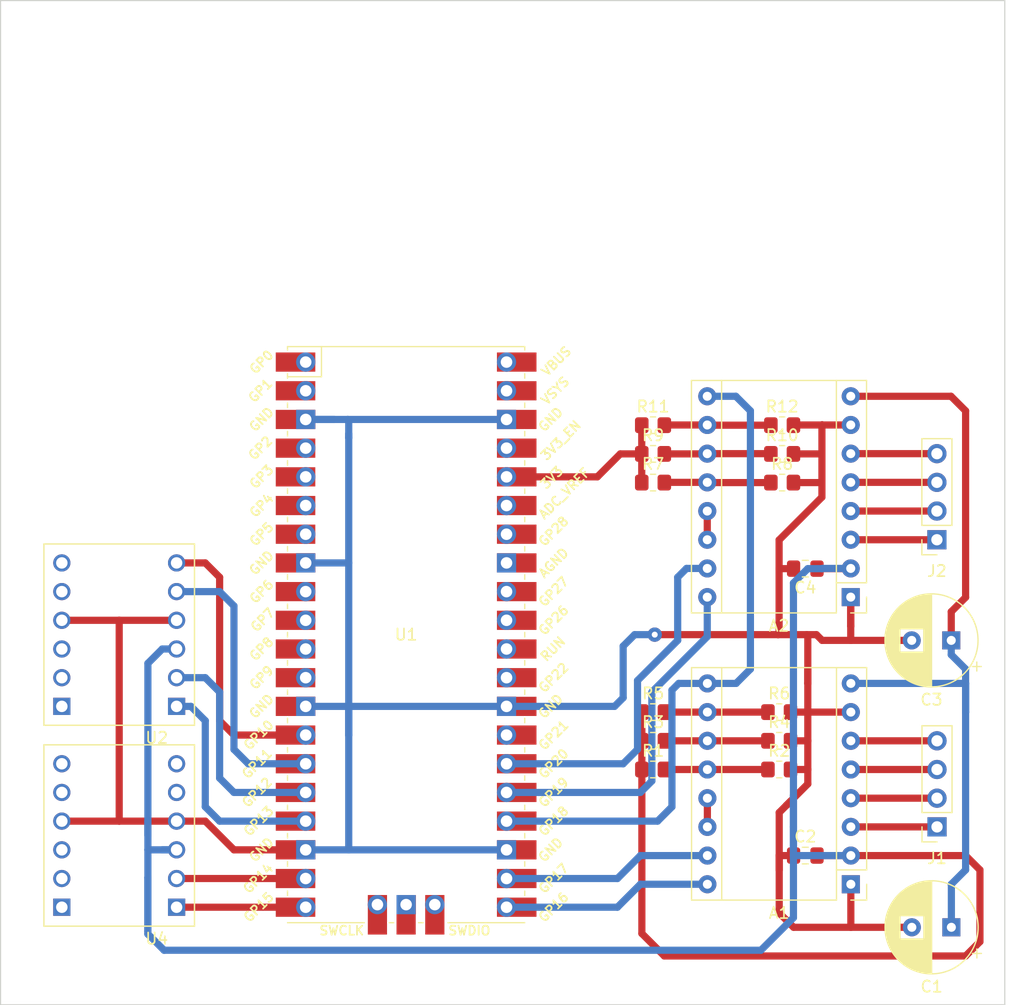
<source format=kicad_pcb>
(kicad_pcb (version 20211014) (generator pcbnew)
  (layers (0 "F.Cu" signal) (31 "B.Cu" signal) (34 "B.Paste" user) (35 "F.Paste" user) (36 "B.SilkS" user "B.Silkscreen") (37 "F.SilkS" user "F.Silkscreen") (38 "B.Mask" user) (39 "F.Mask" user) (44 "Edge.Cuts" user))
  (net 0 "")
  (net 1 "+24V")
  (net 2 "Net-(A1-Pad10)")
  (net 22 "GND")
  (net 23 "+3V3")
  (net 24 "Net-(A1-Pad3)")
  (net 25 "Net-(A1-Pad4)")
  (net 26 "Net-(A1-Pad5)")
  (net 27 "Net-(A1-Pad6)")
  (net 28 "Net-(A2-Pad3)")
  (net 29 "Net-(A2-Pad4)")
  (net 30 "Net-(A2-Pad5)")
  (net 31 "Net-(A2-Pad6)")
  (net 32 "Net-(A1-Pad11)")
  (net 33 "Net-(A1-Pad12)")
  (net 34 "Net-(A1-Pad13)")
  (net 40 "/Motor_EN")
  (net 41 "/M1_STEP")
  (net 42 "/M1_DIR")
  (net 43 "/M2_STEP")
  (net 44 "Net-(A2-Pad13)")
  (net 45 "Net-(A2-Pad12)")
  (net 46 "Net-(A2-Pad11)")
  (net 47 "Net-(A2-Pad10)")
  (net 48 "/M2_DIR")
  (net 49 "+5V")
  (net 50 "Net-(U1-Pad14)")
  (net 51 "Net-(U1-Pad15)")
  (net 52 "Net-(U1-Pad16)")
  (net 53 "Net-(U1-Pad17)")
  (net 54 "Net-(U1-Pad19)")
  (net 55 "Net-(U1-Pad20)")
  (footprint "MyJobs:CONV_BOB-12009" (layer "F.Cu") (at 94.323 81.534 180)
    (fp_text reference "U2" (at -3.325 -9.135) (layer "F.SilkS"))
    (fp_text value "BOB-12009")
    (pad "GND_1" thru_hole circle locked (at 5.08 1.27 180) (size 1.524 1.524) (drill 1.016) (layers *.Cu *.Mask) (net 22 "GND"))
    (pad "GND_2" thru_hole circle locked (at -5.08 1.27 180) (size 1.524 1.524) (drill 1.016) (layers *.Cu *.Mask) (net 22 "GND"))
    (pad "HV" thru_hole circle locked (at 5.08 -1.27 180) (size 1.524 1.524) (drill 1.016) (layers *.Cu *.Mask))
    (pad "HV1" thru_hole rect locked (at 5.08 -6.35 180) (size 1.524 1.524) (drill 1.016) (layers *.Cu *.Mask))
    (pad "HV2" thru_hole circle locked (at 5.08 -3.81 180) (size 1.524 1.524) (drill 1.016) (layers *.Cu *.Mask))
    (pad "HV3" thru_hole circle locked (at 5.08 3.81 180) (size 1.524 1.524) (drill 1.016) (layers *.Cu *.Mask))
    (pad "HV4" thru_hole circle locked (at 5.08 6.35 180) (size 1.524 1.524) (drill 1.016) (layers *.Cu *.Mask))
    (pad "LV" thru_hole circle locked (at -5.08 -1.27 180) (size 1.524 1.524) (drill 1.016) (layers *.Cu *.Mask) (net 23 "+3V3"))
    (pad "LV1" thru_hole rect locked (at -5.08 -6.35 180) (size 1.524 1.524) (drill 1.016) (layers *.Cu *.Mask) (net 53 "Net-(U1-Pad17)"))
    (pad "LV2" thru_hole circle locked (at -5.08 -3.81 180) (size 1.524 1.524) (drill 1.016) (layers *.Cu *.Mask) (net 52 "Net-(U1-Pad16)"))
    (pad "LV3" thru_hole circle locked (at -5.08 3.81 180) (size 1.524 1.524) (drill 1.016) (layers *.Cu *.Mask) (net 51 "Net-(U1-Pad15)"))
    (pad "LV4" thru_hole circle locked (at -5.08 6.35 180) (size 1.524 1.524) (drill 1.016) (layers *.Cu *.Mask) (net 50 "Net-(U1-Pad14)"))
  )
  (footprint "Resistor_SMD:R_0805_2012Metric_Pad1.20x1.40mm_HandSolder" (layer "F.Cu") (at 141.593 88.392)
    (fp_text reference "R5" (at 0 -1.65) (layer "F.SilkS"))
    (fp_text value "R")
    (pad "1" smd roundrect locked (at -1 0) (size 1.2 1.4) (layers "F.Cu" "F.Paste" "F.Mask") (roundrect_rratio 0.208333) (net 23 "+3V3"))
    (pad "2" smd roundrect locked (at 1 0) (size 1.2 1.4) (layers "F.Cu" "F.Paste" "F.Mask") (roundrect_rratio 0.208333) (net 2 "Net-(A1-Pad10)"))
  )
  (footprint "Resistor_SMD:R_0805_2012Metric_Pad1.20x1.40mm_HandSolder" (layer "F.Cu") (at 152.753 88.392)
    (fp_text reference "R6" (at 0 -1.65) (layer "F.SilkS"))
    (fp_text value "R")
    (pad "1" smd roundrect locked (at -1 0) (size 1.2 1.4) (layers "F.Cu" "F.Paste" "F.Mask") (roundrect_rratio 0.208333) (net 2 "Net-(A1-Pad10)"))
    (pad "2" smd roundrect locked (at 1 0) (size 1.2 1.4) (layers "F.Cu" "F.Paste" "F.Mask") (roundrect_rratio 0.208333) (net 22 "GND"))
  )
  (footprint "Resistor_SMD:R_0805_2012Metric_Pad1.20x1.40mm_HandSolder" (layer "F.Cu") (at 141.593 90.932)
    (fp_text reference "R3" (at 0 -1.65) (layer "F.SilkS"))
    (fp_text value "R")
    (pad "1" smd roundrect locked (at -1 0) (size 1.2 1.4) (layers "F.Cu" "F.Paste" "F.Mask") (roundrect_rratio 0.208333) (net 23 "+3V3"))
    (pad "2" smd roundrect locked (at 1 0) (size 1.2 1.4) (layers "F.Cu" "F.Paste" "F.Mask") (roundrect_rratio 0.208333) (net 32 "Net-(A1-Pad11)"))
  )
  (footprint "Resistor_SMD:R_0805_2012Metric_Pad1.20x1.40mm_HandSolder" (layer "F.Cu") (at 152.753 90.932)
    (fp_text reference "R4" (at 0 -1.65) (layer "F.SilkS"))
    (fp_text value "R")
    (pad "1" smd roundrect locked (at -1 0) (size 1.2 1.4) (layers "F.Cu" "F.Paste" "F.Mask") (roundrect_rratio 0.208333) (net 32 "Net-(A1-Pad11)"))
    (pad "2" smd roundrect locked (at 1 0) (size 1.2 1.4) (layers "F.Cu" "F.Paste" "F.Mask") (roundrect_rratio 0.208333) (net 22 "GND"))
  )
  (footprint "Connector_PinSocket_2.54mm:PinSocket_1x04_P2.54mm_Vertical" (layer "F.Cu") (at 166.723 98.552 180)
    (fp_text reference "J1" (at 0 -2.77) (layer "F.SilkS"))
    (fp_text value "Conn_01x04_Female")
    (pad "1" thru_hole rect locked (at 0 0 180) (size 1.7 1.7) (drill 1) (layers *.Cu *.Mask) (net 24 "Net-(A1-Pad3)"))
    (pad "2" thru_hole oval locked (at 0 2.54 180) (size 1.7 1.7) (drill 1) (layers *.Cu *.Mask) (net 25 "Net-(A1-Pad4)"))
    (pad "3" thru_hole oval locked (at 0 5.08 180) (size 1.7 1.7) (drill 1) (layers *.Cu *.Mask) (net 26 "Net-(A1-Pad5)"))
    (pad "4" thru_hole oval locked (at 0 7.62 180) (size 1.7 1.7) (drill 1) (layers *.Cu *.Mask) (net 27 "Net-(A1-Pad6)"))
  )
  (footprint "Resistor_SMD:R_0805_2012Metric_Pad1.20x1.40mm_HandSolder" (layer "F.Cu") (at 153.013 62.992)
    (fp_text reference "R12" (at 0 -1.65) (layer "F.SilkS"))
    (fp_text value "R")
    (pad "1" smd roundrect locked (at -1 0) (size 1.2 1.4) (layers "F.Cu" "F.Paste" "F.Mask") (roundrect_rratio 0.208333) (net 47 "Net-(A2-Pad10)"))
    (pad "2" smd roundrect locked (at 1 0) (size 1.2 1.4) (layers "F.Cu" "F.Paste" "F.Mask") (roundrect_rratio 0.208333) (net 22 "GND"))
  )
  (footprint "Capacitor_SMD:C_0805_2012Metric_Pad1.18x1.45mm_HandSolder" (layer "F.Cu") (at 155.0605 75.692 180)
    (fp_text reference "C4" (at 0 -1.68) (layer "F.SilkS"))
    (fp_text value "C_Small")
    (pad "1" smd roundrect locked (at -1.0375 0 180) (size 1.175 1.45) (layers "F.Cu" "F.Paste" "F.Mask") (roundrect_rratio 0.212766) (net 23 "+3V3"))
    (pad "2" smd roundrect locked (at 1.0375 0 180) (size 1.175 1.45) (layers "F.Cu" "F.Paste" "F.Mask") (roundrect_rratio 0.212766) (net 22 "GND"))
  )
  (footprint "Capacitor_SMD:C_0805_2012Metric_Pad1.18x1.45mm_HandSolder" (layer "F.Cu") (at 155.0605 101.092)
    (fp_text reference "C2" (at 0 -1.68) (layer "F.SilkS"))
    (fp_text value "C_Small")
    (pad "1" smd roundrect locked (at -1.0375 0) (size 1.175 1.45) (layers "F.Cu" "F.Paste" "F.Mask") (roundrect_rratio 0.212766) (net 22 "GND"))
    (pad "2" smd roundrect locked (at 1.0375 0) (size 1.175 1.45) (layers "F.Cu" "F.Paste" "F.Mask") (roundrect_rratio 0.212766) (net 23 "+3V3"))
  )
  (footprint "Resistor_SMD:R_0805_2012Metric_Pad1.20x1.40mm_HandSolder" (layer "F.Cu") (at 152.753 93.472)
    (fp_text reference "R2" (at 0 -1.65) (layer "F.SilkS"))
    (fp_text value "R")
    (pad "1" smd roundrect locked (at -1 0) (size 1.2 1.4) (layers "F.Cu" "F.Paste" "F.Mask") (roundrect_rratio 0.208333) (net 33 "Net-(A1-Pad12)"))
    (pad "2" smd roundrect locked (at 1 0) (size 1.2 1.4) (layers "F.Cu" "F.Paste" "F.Mask") (roundrect_rratio 0.208333) (net 22 "GND"))
  )
  (footprint "Resistor_SMD:R_0805_2012Metric_Pad1.20x1.40mm_HandSolder" (layer "F.Cu") (at 141.583 65.532)
    (fp_text reference "R9" (at 0 -1.65) (layer "F.SilkS"))
    (fp_text value "R")
    (pad "1" smd roundrect locked (at -1 0) (size 1.2 1.4) (layers "F.Cu" "F.Paste" "F.Mask") (roundrect_rratio 0.208333) (net 23 "+3V3"))
    (pad "2" smd roundrect locked (at 1 0) (size 1.2 1.4) (layers "F.Cu" "F.Paste" "F.Mask") (roundrect_rratio 0.208333) (net 46 "Net-(A2-Pad11)"))
  )
  (footprint "Capacitor_THT:CP_Radial_D8.0mm_P3.50mm" (layer "F.Cu") (at 167.993 107.442 180)
    (fp_text reference "C1" (at 1.75 -5.25) (layer "F.SilkS"))
    (fp_text value "C_Polarized")
    (pad "1" thru_hole rect locked (at 0 0 180) (size 1.6 1.6) (drill 0.8) (layers *.Cu *.Mask) (net 1 "+24V"))
    (pad "2" thru_hole circle locked (at 3.5 0 180) (size 1.6 1.6) (drill 0.8) (layers *.Cu *.Mask) (net 22 "GND"))
  )
  (footprint "Connector_PinSocket_2.54mm:PinSocket_1x04_P2.54mm_Vertical" (layer "F.Cu") (at 166.713 73.132 180)
    (fp_text reference "J2" (at 0 -2.77) (layer "F.SilkS"))
    (fp_text value "Conn_01x04_Female")
    (pad "1" thru_hole rect locked (at 0 0 180) (size 1.7 1.7) (drill 1) (layers *.Cu *.Mask) (net 28 "Net-(A2-Pad3)"))
    (pad "2" thru_hole oval locked (at 0 2.54 180) (size 1.7 1.7) (drill 1) (layers *.Cu *.Mask) (net 29 "Net-(A2-Pad4)"))
    (pad "3" thru_hole oval locked (at 0 5.08 180) (size 1.7 1.7) (drill 1) (layers *.Cu *.Mask) (net 30 "Net-(A2-Pad5)"))
    (pad "4" thru_hole oval locked (at 0 7.62 180) (size 1.7 1.7) (drill 1) (layers *.Cu *.Mask) (net 31 "Net-(A2-Pad6)"))
  )
  (footprint "Resistor_SMD:R_0805_2012Metric_Pad1.20x1.40mm_HandSolder" (layer "F.Cu") (at 141.583 62.992)
    (fp_text reference "R11" (at 0 -1.65) (layer "F.SilkS"))
    (fp_text value "R")
    (pad "1" smd roundrect locked (at -1 0) (size 1.2 1.4) (layers "F.Cu" "F.Paste" "F.Mask") (roundrect_rratio 0.208333) (net 23 "+3V3"))
    (pad "2" smd roundrect locked (at 1 0) (size 1.2 1.4) (layers "F.Cu" "F.Paste" "F.Mask") (roundrect_rratio 0.208333) (net 47 "Net-(A2-Pad10)"))
  )
  (footprint "Module:Pololu_Breakout-16_15.2x20.3mm" (layer "F.Cu") (at 159.093 103.632 180)
    (fp_text reference "A1" (at 6.35 -2.54) (layer "F.SilkS"))
    (fp_text value "Pololu_Breakout_A4988")
    (pad "1" thru_hole rect locked (at 0 0 180) (size 1.6 1.6) (drill 0.8) (layers *.Cu *.Mask) (net 22 "GND"))
    (pad "2" thru_hole oval locked (at 0 2.54 180) (size 1.6 1.6) (drill 0.8) (layers *.Cu *.Mask) (net 23 "+3V3"))
    (pad "3" thru_hole oval locked (at 0 5.08 180) (size 1.6 1.6) (drill 0.8) (layers *.Cu *.Mask) (net 24 "Net-(A1-Pad3)"))
    (pad "4" thru_hole oval locked (at 0 7.62 180) (size 1.6 1.6) (drill 0.8) (layers *.Cu *.Mask) (net 25 "Net-(A1-Pad4)"))
    (pad "5" thru_hole oval locked (at 0 10.16 180) (size 1.6 1.6) (drill 0.8) (layers *.Cu *.Mask) (net 26 "Net-(A1-Pad5)"))
    (pad "6" thru_hole oval locked (at 0 12.7 180) (size 1.6 1.6) (drill 0.8) (layers *.Cu *.Mask) (net 27 "Net-(A1-Pad6)"))
    (pad "7" thru_hole oval locked (at 0 15.24 180) (size 1.6 1.6) (drill 0.8) (layers *.Cu *.Mask) (net 22 "GND"))
    (pad "8" thru_hole oval locked (at 0 17.78 180) (size 1.6 1.6) (drill 0.8) (layers *.Cu *.Mask) (net 1 "+24V"))
    (pad "9" thru_hole oval locked (at 12.7 17.78 180) (size 1.6 1.6) (drill 0.8) (layers *.Cu *.Mask) (net 40 "/Motor_EN"))
    (pad "10" thru_hole oval locked (at 12.7 15.24 180) (size 1.6 1.6) (drill 0.8) (layers *.Cu *.Mask) (net 2 "Net-(A1-Pad10)"))
    (pad "11" thru_hole oval locked (at 12.7 12.7 180) (size 1.6 1.6) (drill 0.8) (layers *.Cu *.Mask) (net 32 "Net-(A1-Pad11)"))
    (pad "12" thru_hole oval locked (at 12.7 10.16 180) (size 1.6 1.6) (drill 0.8) (layers *.Cu *.Mask) (net 33 "Net-(A1-Pad12)"))
    (pad "13" thru_hole oval locked (at 12.7 7.62 180) (size 1.6 1.6) (drill 0.8) (layers *.Cu *.Mask) (net 34 "Net-(A1-Pad13)"))
    (pad "14" thru_hole oval locked (at 12.7 5.08 180) (size 1.6 1.6) (drill 0.8) (layers *.Cu *.Mask) (net 34 "Net-(A1-Pad13)"))
    (pad "15" thru_hole oval locked (at 12.7 2.54 180) (size 1.6 1.6) (drill 0.8) (layers *.Cu *.Mask) (net 41 "/M1_STEP"))
    (pad "16" thru_hole oval locked (at 12.7 0 180) (size 1.6 1.6) (drill 0.8) (layers *.Cu *.Mask) (net 42 "/M1_DIR"))
  )
  (footprint "MyJobs:CONV_BOB-12009" (layer "F.Cu") (at 94.323 99.314 180)
    (fp_text reference "U4" (at -3.325 -9.135) (layer "F.SilkS"))
    (fp_text value "BOB-12009")
    (pad "GND_1" thru_hole circle locked (at 5.08 1.27 180) (size 1.524 1.524) (drill 1.016) (layers *.Cu *.Mask) (net 22 "GND"))
    (pad "GND_2" thru_hole circle locked (at -5.08 1.27 180) (size 1.524 1.524) (drill 1.016) (layers *.Cu *.Mask) (net 22 "GND"))
    (pad "HV" thru_hole circle locked (at 5.08 -1.27 180) (size 1.524 1.524) (drill 1.016) (layers *.Cu *.Mask))
    (pad "HV1" thru_hole rect locked (at 5.08 -6.35 180) (size 1.524 1.524) (drill 1.016) (layers *.Cu *.Mask))
    (pad "HV2" thru_hole circle locked (at 5.08 -3.81 180) (size 1.524 1.524) (drill 1.016) (layers *.Cu *.Mask))
    (pad "HV3" thru_hole circle locked (at 5.08 3.81 180) (size 1.524 1.524) (drill 1.016) (layers *.Cu *.Mask))
    (pad "HV4" thru_hole circle locked (at 5.08 6.35 180) (size 1.524 1.524) (drill 1.016) (layers *.Cu *.Mask))
    (pad "LV" thru_hole circle locked (at -5.08 -1.27 180) (size 1.524 1.524) (drill 1.016) (layers *.Cu *.Mask) (net 23 "+3V3"))
    (pad "LV1" thru_hole rect locked (at -5.08 -6.35 180) (size 1.524 1.524) (drill 1.016) (layers *.Cu *.Mask) (net 55 "Net-(U1-Pad20)"))
    (pad "LV2" thru_hole circle locked (at -5.08 -3.81 180) (size 1.524 1.524) (drill 1.016) (layers *.Cu *.Mask) (net 54 "Net-(U1-Pad19)"))
    (pad "LV3" thru_hole circle locked (at -5.08 3.81 180) (size 1.524 1.524) (drill 1.016) (layers *.Cu *.Mask))
    (pad "LV4" thru_hole circle locked (at -5.08 6.35 180) (size 1.524 1.524) (drill 1.016) (layers *.Cu *.Mask))
  )
  (footprint "Resistor_SMD:R_0805_2012Metric_Pad1.20x1.40mm_HandSolder" (layer "F.Cu") (at 141.593 93.472)
    (fp_text reference "R1" (at 0 -1.65) (layer "F.SilkS"))
    (fp_text value "R")
    (pad "1" smd roundrect locked (at -1 0) (size 1.2 1.4) (layers "F.Cu" "F.Paste" "F.Mask") (roundrect_rratio 0.208333) (net 23 "+3V3"))
    (pad "2" smd roundrect locked (at 1 0) (size 1.2 1.4) (layers "F.Cu" "F.Paste" "F.Mask") (roundrect_rratio 0.208333) (net 33 "Net-(A1-Pad12)"))
  )
  (footprint "Module:Pololu_Breakout-16_15.2x20.3mm" (layer "F.Cu") (at 159.083 78.212 180)
    (fp_text reference "A2" (at 6.35 -2.54) (layer "F.SilkS"))
    (fp_text value "Pololu_Breakout_A4988")
    (pad "1" thru_hole rect locked (at 0 0 180) (size 1.6 1.6) (drill 0.8) (layers *.Cu *.Mask) (net 22 "GND"))
    (pad "2" thru_hole oval locked (at 0 2.54 180) (size 1.6 1.6) (drill 0.8) (layers *.Cu *.Mask) (net 23 "+3V3"))
    (pad "3" thru_hole oval locked (at 0 5.08 180) (size 1.6 1.6) (drill 0.8) (layers *.Cu *.Mask) (net 28 "Net-(A2-Pad3)"))
    (pad "4" thru_hole oval locked (at 0 7.62 180) (size 1.6 1.6) (drill 0.8) (layers *.Cu *.Mask) (net 29 "Net-(A2-Pad4)"))
    (pad "5" thru_hole oval locked (at 0 10.16 180) (size 1.6 1.6) (drill 0.8) (layers *.Cu *.Mask) (net 30 "Net-(A2-Pad5)"))
    (pad "6" thru_hole oval locked (at 0 12.7 180) (size 1.6 1.6) (drill 0.8) (layers *.Cu *.Mask) (net 31 "Net-(A2-Pad6)"))
    (pad "7" thru_hole oval locked (at 0 15.24 180) (size 1.6 1.6) (drill 0.8) (layers *.Cu *.Mask) (net 22 "GND"))
    (pad "8" thru_hole oval locked (at 0 17.78 180) (size 1.6 1.6) (drill 0.8) (layers *.Cu *.Mask) (net 1 "+24V"))
    (pad "9" thru_hole oval locked (at 12.7 17.78 180) (size 1.6 1.6) (drill 0.8) (layers *.Cu *.Mask) (net 40 "/Motor_EN"))
    (pad "10" thru_hole oval locked (at 12.7 15.24 180) (size 1.6 1.6) (drill 0.8) (layers *.Cu *.Mask) (net 47 "Net-(A2-Pad10)"))
    (pad "11" thru_hole oval locked (at 12.7 12.7 180) (size 1.6 1.6) (drill 0.8) (layers *.Cu *.Mask) (net 46 "Net-(A2-Pad11)"))
    (pad "12" thru_hole oval locked (at 12.7 10.16 180) (size 1.6 1.6) (drill 0.8) (layers *.Cu *.Mask) (net 45 "Net-(A2-Pad12)"))
    (pad "13" thru_hole oval locked (at 12.7 7.62 180) (size 1.6 1.6) (drill 0.8) (layers *.Cu *.Mask) (net 44 "Net-(A2-Pad13)"))
    (pad "14" thru_hole oval locked (at 12.7 5.08 180) (size 1.6 1.6) (drill 0.8) (layers *.Cu *.Mask) (net 44 "Net-(A2-Pad13)"))
    (pad "15" thru_hole oval locked (at 12.7 2.54 180) (size 1.6 1.6) (drill 0.8) (layers *.Cu *.Mask) (net 43 "/M2_STEP"))
    (pad "16" thru_hole oval locked (at 12.7 0 180) (size 1.6 1.6) (drill 0.8) (layers *.Cu *.Mask) (net 48 "/M2_DIR"))
  )
  (footprint "Capacitor_THT:CP_Radial_D8.0mm_P3.50mm" (layer "F.Cu") (at 167.983 82.042 180)
    (fp_text reference "C3" (at 1.75 -5.25) (layer "F.SilkS"))
    (fp_text value "C_Polarized")
    (pad "1" thru_hole rect locked (at 0 0 180) (size 1.6 1.6) (drill 0.8) (layers *.Cu *.Mask) (net 1 "+24V"))
    (pad "2" thru_hole circle locked (at 3.5 0 180) (size 1.6 1.6) (drill 0.8) (layers *.Cu *.Mask) (net 22 "GND"))
  )
  (footprint "Resistor_SMD:R_0805_2012Metric_Pad1.20x1.40mm_HandSolder" (layer "F.Cu") (at 153.013 68.072)
    (fp_text reference "R8" (at 0 -1.65) (layer "F.SilkS"))
    (fp_text value "R")
    (pad "1" smd roundrect locked (at -1 0) (size 1.2 1.4) (layers "F.Cu" "F.Paste" "F.Mask") (roundrect_rratio 0.208333) (net 45 "Net-(A2-Pad12)"))
    (pad "2" smd roundrect locked (at 1 0) (size 1.2 1.4) (layers "F.Cu" "F.Paste" "F.Mask") (roundrect_rratio 0.208333) (net 22 "GND"))
  )
  (footprint "Resistor_SMD:R_0805_2012Metric_Pad1.20x1.40mm_HandSolder" (layer "F.Cu") (at 153.013 65.532)
    (fp_text reference "R10" (at 0 -1.65) (layer "F.SilkS"))
    (fp_text value "R")
    (pad "1" smd roundrect locked (at -1 0) (size 1.2 1.4) (layers "F.Cu" "F.Paste" "F.Mask") (roundrect_rratio 0.208333) (net 46 "Net-(A2-Pad11)"))
    (pad "2" smd roundrect locked (at 1 0) (size 1.2 1.4) (layers "F.Cu" "F.Paste" "F.Mask") (roundrect_rratio 0.208333) (net 22 "GND"))
  )
  (footprint "MCU_RaspberryPi_and_Boards:RPi_Pico_SMD_TH" (layer "F.Cu") (at 119.723 81.534)
    (fp_text reference "U1" (at 0 0) (layer "F.SilkS"))
    (fp_text value "Pico")
    (fp_text user "GP21" (at 13.054 8.9 45) (layer "F.SilkS") (effects (font (size 0.8 0.8))))
    (fp_text user "GP9" (at -12.8 3.81 45) (layer "F.SilkS") (effects (font (size 0.8 0.8))))
    (fp_text user "GP4" (at -12.8 -11.43 45) (layer "F.SilkS") (effects (font (size 0.8 0.8))))
    (fp_text user "GP13" (at -13.054 16.51 45) (layer "F.SilkS") (effects (font (size 0.8 0.8))))
    (fp_text user "GP12" (at -13.2 13.97 45) (layer "F.SilkS") (effects (font (size 0.8 0.8))))
    (fp_text user "GP1" (at -12.9 -21.6 45) (layer "F.SilkS") (effects (font (size 0.8 0.8))))
    (fp_text user "VSYS" (at 13.2 -21.59 45) (layer "F.SilkS") (effects (font (size 0.8 0.8))))
    (fp_text user "GP8" (at -12.8 1.27 45) (layer "F.SilkS") (effects (font (size 0.8 0.8))))
    (fp_text user "GP5" (at -12.8 -8.89 45) (layer "F.SilkS") (effects (font (size 0.8 0.8))))
    (fp_text user "GP10" (at -13.054 8.89 45) (layer "F.SilkS") (effects (font (size 0.8 0.8))))
    (fp_text user "SWDIO" (at 5.6 26.2) (layer "F.SilkS") (effects (font (size 0.8 0.8))))
    (fp_text user "AGND" (at 13.054 -6.35 45) (layer "F.SilkS") (effects (font (size 0.8 0.8))))
    (fp_text user "3V3" (at 12.9 -13.9 45) (layer "F.SilkS") (effects (font (size 0.8 0.8))))
    (fp_text user "GP28" (at 13.054 -9.144 45) (layer "F.SilkS") (effects (font (size 0.8 0.8))))
    (fp_text user "GND" (at -12.8 -19.05 45) (layer "F.SilkS") (effects (font (size 0.8 0.8))))
    (fp_text user "GP17" (at 13.054 21.59 45) (layer "F.SilkS") (effects (font (size 0.8 0.8))))
    (fp_text user "GP7" (at -12.7 -1.3 45) (layer "F.SilkS") (effects (font (size 0.8 0.8))))
    (fp_text user "ADC_VREF" (at 14 -12.5 45) (layer "F.SilkS") (effects (font (size 0.8 0.8))))
    (fp_text user "GND" (at 12.8 -19.05 45) (layer "F.SilkS") (effects (font (size 0.8 0.8))))
    (fp_text user "GP3" (at -12.8 -13.97 45) (layer "F.SilkS") (effects (font (size 0.8 0.8))))
    (fp_text user "GP18" (at 13.054 16.51 45) (layer "F.SilkS") (effects (font (size 0.8 0.8))))
    (fp_text user "RUN" (at 13 1.27 45) (layer "F.SilkS") (effects (font (size 0.8 0.8))))
    (fp_text user "GP20" (at 13.054 11.43 45) (layer "F.SilkS") (effects (font (size 0.8 0.8))))
    (fp_text user "GP11" (at -13.2 11.43 45) (layer "F.SilkS") (effects (font (size 0.8 0.8))))
    (fp_text user "GP19" (at 13.054 13.97 45) (layer "F.SilkS") (effects (font (size 0.8 0.8))))
    (fp_text user "GND" (at 12.8 19.05 45) (layer "F.SilkS") (effects (font (size 0.8 0.8))))
    (fp_text user "GP26" (at 13.054 -1.27 45) (layer "F.SilkS") (effects (font (size 0.8 0.8))))
    (fp_text user "3V3_EN" (at 13.7 -17.2 45) (layer "F.SilkS") (effects (font (size 0.8 0.8))))
    (fp_text user "GND" (at 12.8 6.35 45) (layer "F.SilkS") (effects (font (size 0.8 0.8))))
    (fp_text user "GP2" (at -12.9 -16.51 45) (layer "F.SilkS") (effects (font (size 0.8 0.8))))
    (fp_text user "GND" (at -12.8 -6.35 45) (layer "F.SilkS") (effects (font (size 0.8 0.8))))
    (fp_text user "GP14" (at -13.1 21.59 45) (layer "F.SilkS") (effects (font (size 0.8 0.8))))
    (fp_text user "GP22" (at 13.054 3.81 45) (layer "F.SilkS") (effects (font (size 0.8 0.8))))
    (fp_text user "GND" (at -12.8 19.05 45) (layer "F.SilkS") (effects (font (size 0.8 0.8))))
    (fp_text user "GP6" (at -12.8 -3.81 45) (layer "F.SilkS") (effects (font (size 0.8 0.8))))
    (fp_text user "GND" (at -12.8 6.35 45) (layer "F.SilkS") (effects (font (size 0.8 0.8))))
    (fp_text user "GP0" (at -12.8 -24.13 45) (layer "F.SilkS") (effects (font (size 0.8 0.8))))
    (fp_text user "VBUS" (at 13.3 -24.2 45) (layer "F.SilkS") (effects (font (size 0.8 0.8))))
    (fp_text user "GP16" (at 13.054 24.13 45) (layer "F.SilkS") (effects (font (size 0.8 0.8))))
    (fp_text user "GP15" (at -13.054 24.13 45) (layer "F.SilkS") (effects (font (size 0.8 0.8))))
    (fp_text user "GP27" (at 13.054 -3.8 45) (layer "F.SilkS") (effects (font (size 0.8 0.8))))
    (fp_text user "SWCLK" (at -5.7 26.2) (layer "F.SilkS") (effects (font (size 0.8 0.8))))
    (pad "" np_thru_hole oval (at 2.425 -20.97) (size 1.5 1.5) (drill 1.5) (layers *.Cu *.Mask))
    (pad "" np_thru_hole oval (at -2.425 -20.97) (size 1.5 1.5) (drill 1.5) (layers *.Cu *.Mask))
    (pad "" np_thru_hole oval (at -2.725 -24) (size 1.8 1.8) (drill 1.8) (layers *.Cu *.Mask))
    (pad "" np_thru_hole oval (at 2.725 -24) (size 1.8 1.8) (drill 1.8) (layers *.Cu *.Mask))
    (pad "1" thru_hole oval (at -8.89 -24.13) (size 1.7 1.7) (drill 1.02) (layers *.Cu *.Mask))
    (pad "1" smd rect (at -8.89 -24.13) (size 3.5 1.7) (drill (offset -0.9 0)) (layers "F.Cu" "F.Mask"))
    (pad "2" thru_hole oval (at -8.89 -21.59) (size 1.7 1.7) (drill 1.02) (layers *.Cu *.Mask))
    (pad "2" smd rect (at -8.89 -21.59) (size 3.5 1.7) (drill (offset -0.9 0)) (layers "F.Cu" "F.Mask"))
    (pad "3" thru_hole rect (at -8.89 -19.05) (size 1.7 1.7) (drill 1.02) (layers *.Cu *.Mask) (net 22 "GND"))
    (pad "3" smd rect (at -8.89 -19.05) (size 3.5 1.7) (drill (offset -0.9 0)) (layers "F.Cu" "F.Mask") (net 22 "GND"))
    (pad "4" thru_hole oval (at -8.89 -16.51) (size 1.7 1.7) (drill 1.02) (layers *.Cu *.Mask))
    (pad "4" smd rect (at -8.89 -16.51) (size 3.5 1.7) (drill (offset -0.9 0)) (layers "F.Cu" "F.Mask"))
    (pad "5" thru_hole oval (at -8.89 -13.97) (size 1.7 1.7) (drill 1.02) (layers *.Cu *.Mask))
    (pad "5" smd rect (at -8.89 -13.97) (size 3.5 1.7) (drill (offset -0.9 0)) (layers "F.Cu" "F.Mask"))
    (pad "6" smd rect (at -8.89 -11.43) (size 3.5 1.7) (drill (offset -0.9 0)) (layers "F.Cu" "F.Mask"))
    (pad "6" thru_hole oval (at -8.89 -11.43) (size 1.7 1.7) (drill 1.02) (layers *.Cu *.Mask))
    (pad "7" smd rect (at -8.89 -8.89) (size 3.5 1.7) (drill (offset -0.9 0)) (layers "F.Cu" "F.Mask"))
    (pad "7" thru_hole oval (at -8.89 -8.89) (size 1.7 1.7) (drill 1.02) (layers *.Cu *.Mask))
    (pad "8" smd rect (at -8.89 -6.35) (size 3.5 1.7) (drill (offset -0.9 0)) (layers "F.Cu" "F.Mask") (net 22 "GND"))
    (pad "8" thru_hole rect (at -8.89 -6.35) (size 1.7 1.7) (drill 1.02) (layers *.Cu *.Mask) (net 22 "GND"))
    (pad "9" thru_hole oval (at -8.89 -3.81) (size 1.7 1.7) (drill 1.02) (layers *.Cu *.Mask))
    (pad "9" smd rect (at -8.89 -3.81) (size 3.5 1.7) (drill (offset -0.9 0)) (layers "F.Cu" "F.Mask"))
    (pad "10" smd rect (at -8.89 -1.27) (size 3.5 1.7) (drill (offset -0.9 0)) (layers "F.Cu" "F.Mask"))
    (pad "10" thru_hole oval (at -8.89 -1.27) (size 1.7 1.7) (drill 1.02) (layers *.Cu *.Mask))
    (pad "11" thru_hole oval (at -8.89 1.27) (size 1.7 1.7) (drill 1.02) (layers *.Cu *.Mask))
    (pad "11" smd rect (at -8.89 1.27) (size 3.5 1.7) (drill (offset -0.9 0)) (layers "F.Cu" "F.Mask"))
    (pad "12" smd rect (at -8.89 3.81) (size 3.5 1.7) (drill (offset -0.9 0)) (layers "F.Cu" "F.Mask"))
    (pad "12" thru_hole oval (at -8.89 3.81) (size 1.7 1.7) (drill 1.02) (layers *.Cu *.Mask))
    (pad "13" thru_hole rect (at -8.89 6.35) (size 1.7 1.7) (drill 1.02) (layers *.Cu *.Mask) (net 22 "GND"))
    (pad "13" smd rect (at -8.89 6.35) (size 3.5 1.7) (drill (offset -0.9 0)) (layers "F.Cu" "F.Mask") (net 22 "GND"))
    (pad "14" smd rect (at -8.89 8.89) (size 3.5 1.7) (drill (offset -0.9 0)) (layers "F.Cu" "F.Mask") (net 50 "Net-(U1-Pad14)"))
    (pad "14" thru_hole oval (at -8.89 8.89) (size 1.7 1.7) (drill 1.02) (layers *.Cu *.Mask) (net 50 "Net-(U1-Pad14)"))
    (pad "15" thru_hole oval (at -8.89 11.43) (size 1.7 1.7) (drill 1.02) (layers *.Cu *.Mask) (net 51 "Net-(U1-Pad15)"))
    (pad "15" smd rect (at -8.89 11.43) (size 3.5 1.7) (drill (offset -0.9 0)) (layers "F.Cu" "F.Mask") (net 51 "Net-(U1-Pad15)"))
    (pad "16" thru_hole oval (at -8.89 13.97) (size 1.7 1.7) (drill 1.02) (layers *.Cu *.Mask) (net 52 "Net-(U1-Pad16)"))
    (pad "16" smd rect (at -8.89 13.97) (size 3.5 1.7) (drill (offset -0.9 0)) (layers "F.Cu" "F.Mask") (net 52 "Net-(U1-Pad16)"))
    (pad "17" thru_hole oval (at -8.89 16.51) (size 1.7 1.7) (drill 1.02) (layers *.Cu *.Mask) (net 53 "Net-(U1-Pad17)"))
    (pad "17" smd rect (at -8.89 16.51) (size 3.5 1.7) (drill (offset -0.9 0)) (layers "F.Cu" "F.Mask") (net 53 "Net-(U1-Pad17)"))
    (pad "18" thru_hole rect (at -8.89 19.05) (size 1.7 1.7) (drill 1.02) (layers *.Cu *.Mask) (net 22 "GND"))
    (pad "18" smd rect (at -8.89 19.05) (size 3.5 1.7) (drill (offset -0.9 0)) (layers "F.Cu" "F.Mask") (net 22 "GND"))
    (pad "19" thru_hole oval (at -8.89 21.59) (size 1.7 1.7) (drill 1.02) (layers *.Cu *.Mask) (net 54 "Net-(U1-Pad19)"))
    (pad "19" smd rect (at -8.89 21.59) (size 3.5 1.7) (drill (offset -0.9 0)) (layers "F.Cu" "F.Mask") (net 54 "Net-(U1-Pad19)"))
    (pad "20" smd rect (at -8.89 24.13) (size 3.5 1.7) (drill (offset -0.9 0)) (layers "F.Cu" "F.Mask") (net 55 "Net-(U1-Pad20)"))
    (pad "20" thru_hole oval (at -8.89 24.13) (size 1.7 1.7) (drill 1.02) (layers *.Cu *.Mask) (net 55 "Net-(U1-Pad20)"))
    (pad "21" thru_hole oval (at 8.89 24.13) (size 1.7 1.7) (drill 1.02) (layers *.Cu *.Mask) (net 42 "/M1_DIR"))
    (pad "21" smd rect (at 8.89 24.13) (size 3.5 1.7) (drill (offset 0.9 0)) (layers "F.Cu" "F.Mask") (net 42 "/M1_DIR"))
    (pad "22" smd rect (at 8.89 21.59) (size 3.5 1.7) (drill (offset 0.9 0)) (layers "F.Cu" "F.Mask") (net 41 "/M1_STEP"))
    (pad "22" thru_hole oval (at 8.89 21.59) (size 1.7 1.7) (drill 1.02) (layers *.Cu *.Mask) (net 41 "/M1_STEP"))
    (pad "23" smd rect (at 8.89 19.05) (size 3.5 1.7) (drill (offset 0.9 0)) (layers "F.Cu" "F.Mask") (net 22 "GND"))
    (pad "23" thru_hole rect (at 8.89 19.05) (size 1.7 1.7) (drill 1.02) (layers *.Cu *.Mask) (net 22 "GND"))
    (pad "24" smd rect (at 8.89 16.51) (size 3.5 1.7) (drill (offset 0.9 0)) (layers "F.Cu" "F.Mask") (net 40 "/Motor_EN"))
    (pad "24" thru_hole oval (at 8.89 16.51) (size 1.7 1.7) (drill 1.02) (layers *.Cu *.Mask) (net 40 "/Motor_EN"))
    (pad "25" thru_hole oval (at 8.89 13.97) (size 1.7 1.7) (drill 1.02) (layers *.Cu *.Mask) (net 48 "/M2_DIR"))
    (pad "25" smd rect (at 8.89 13.97) (size 3.5 1.7) (drill (offset 0.9 0)) (layers "F.Cu" "F.Mask") (net 48 "/M2_DIR"))
    (pad "26" thru_hole oval (at 8.89 11.43) (size 1.7 1.7) (drill 1.02) (layers *.Cu *.Mask) (net 43 "/M2_STEP"))
    (pad "26" smd rect (at 8.89 11.43) (size 3.5 1.7) (drill (offset 0.9 0)) (layers "F.Cu" "F.Mask") (net 43 "/M2_STEP"))
    (pad "27" thru_hole oval (at 8.89 8.89) (size 1.7 1.7) (drill 1.02) (layers *.Cu *.Mask))
    (pad "27" smd rect (at 8.89 8.89) (size 3.5 1.7) (drill (offset 0.9 0)) (layers "F.Cu" "F.Mask"))
    (pad "28" smd rect (at 8.89 6.35) (size 3.5 1.7) (drill (offset 0.9 0)) (layers "F.Cu" "F.Mask") (net 22 "GND"))
    (pad "28" thru_hole rect (at 8.89 6.35) (size 1.7 1.7) (drill 1.02) (layers *.Cu *.Mask) (net 22 "GND"))
    (pad "29" thru_hole oval (at 8.89 3.81) (size 1.7 1.7) (drill 1.02) (layers *.Cu *.Mask))
    (pad "29" smd rect (at 8.89 3.81) (size 3.5 1.7) (drill (offset 0.9 0)) (layers "F.Cu" "F.Mask"))
    (pad "30" thru_hole oval (at 8.89 1.27) (size 1.7 1.7) (drill 1.02) (layers *.Cu *.Mask))
    (pad "30" smd rect (at 8.89 1.27) (size 3.5 1.7) (drill (offset 0.9 0)) (layers "F.Cu" "F.Mask"))
    (pad "31" smd rect (at 8.89 -1.27) (size 3.5 1.7) (drill (offset 0.9 0)) (layers "F.Cu" "F.Mask"))
    (pad "31" thru_hole oval (at 8.89 -1.27) (size 1.7 1.7) (drill 1.02) (layers *.Cu *.Mask))
    (pad "32" smd rect (at 8.89 -3.81) (size 3.5 1.7) (drill (offset 0.9 0)) (layers "F.Cu" "F.Mask"))
    (pad "32" thru_hole oval (at 8.89 -3.81) (size 1.7 1.7) (drill 1.02) (layers *.Cu *.Mask))
    (pad "33" thru_hole rect (at 8.89 -6.35) (size 1.7 1.7) (drill 1.02) (layers *.Cu *.Mask))
    (pad "33" smd rect (at 8.89 -6.35) (size 3.5 1.7) (drill (offset 0.9 0)) (layers "F.Cu" "F.Mask"))
    (pad "34" thru_hole oval (at 8.89 -8.89) (size 1.7 1.7) (drill 1.02) (layers *.Cu *.Mask))
    (pad "34" smd rect (at 8.89 -8.89) (size 3.5 1.7) (drill (offset 0.9 0)) (layers "F.Cu" "F.Mask"))
    (pad "35" thru_hole oval (at 8.89 -11.43) (size 1.7 1.7) (drill 1.02) (layers *.Cu *.Mask))
    (pad "35" smd rect (at 8.89 -11.43) (size 3.5 1.7) (drill (offset 0.9 0)) (layers "F.Cu" "F.Mask"))
    (pad "36" thru_hole oval (at 8.89 -13.97) (size 1.7 1.7) (drill 1.02) (layers *.Cu *.Mask) (net 23 "+3V3"))
    (pad "36" smd rect (at 8.89 -13.97) (size 3.5 1.7) (drill (offset 0.9 0)) (layers "F.Cu" "F.Mask") (net 23 "+3V3"))
    (pad "37" thru_hole oval (at 8.89 -16.51) (size 1.7 1.7) (drill 1.02) (layers *.Cu *.Mask))
    (pad "37" smd rect (at 8.89 -16.51) (size 3.5 1.7) (drill (offset 0.9 0)) (layers "F.Cu" "F.Mask"))
    (pad "38" thru_hole rect (at 8.89 -19.05) (size 1.7 1.7) (drill 1.02) (layers *.Cu *.Mask) (net 22 "GND"))
    (pad "38" smd rect (at 8.89 -19.05) (size 3.5 1.7) (drill (offset 0.9 0)) (layers "F.Cu" "F.Mask") (net 22 "GND"))
    (pad "39" thru_hole oval (at 8.89 -21.59) (size 1.7 1.7) (drill 1.02) (layers *.Cu *.Mask) (net 49 "+5V"))
    (pad "39" smd rect (at 8.89 -21.59) (size 3.5 1.7) (drill (offset 0.9 0)) (layers "F.Cu" "F.Mask") (net 49 "+5V"))
    (pad "40" smd rect (at 8.89 -24.13) (size 3.5 1.7) (drill (offset 0.9 0)) (layers "F.Cu" "F.Mask"))
    (pad "40" thru_hole oval (at 8.89 -24.13) (size 1.7 1.7) (drill 1.02) (layers *.Cu *.Mask))
    (pad "41" smd rect (at -2.54 23.9 90) (size 3.5 1.7) (drill (offset -0.9 0)) (layers "F.Cu" "F.Mask"))
    (pad "41" thru_hole oval (at -2.54 23.9) (size 1.7 1.7) (drill 1.02) (layers *.Cu *.Mask))
    (pad "42" thru_hole rect (at 0 23.9) (size 1.7 1.7) (drill 1.02) (layers *.Cu *.Mask))
    (pad "42" smd rect (at 0 23.9 90) (size 3.5 1.7) (drill (offset -0.9 0)) (layers "F.Cu" "F.Mask"))
    (pad "43" smd rect (at 2.54 23.9 90) (size 3.5 1.7) (drill (offset -0.9 0)) (layers "F.Cu" "F.Mask"))
    (pad "43" thru_hole oval (at 2.54 23.9) (size 1.7 1.7) (drill 1.02) (layers *.Cu *.Mask))
  )
  (footprint "Resistor_SMD:R_0805_2012Metric_Pad1.20x1.40mm_HandSolder" (layer "F.Cu") (at 141.583 68.072)
    (fp_text reference "R7" (at 0 -1.65) (layer "F.SilkS"))
    (fp_text value "R")
    (pad "1" smd roundrect locked (at -1 0) (size 1.2 1.4) (layers "F.Cu" "F.Paste" "F.Mask") (roundrect_rratio 0.208333) (net 23 "+3V3"))
    (pad "2" smd roundrect locked (at 1 0) (size 1.2 1.4) (layers "F.Cu" "F.Paste" "F.Mask") (roundrect_rratio 0.208333) (net 45 "Net-(A2-Pad12)"))
  )
  (gr_line (start 172.72 25.4) (end 83.82 25.4) (layer "Edge.Cuts") (width 0.1))
  (gr_line (start 172.72 114.3) (end 172.72 25.4) (layer "Edge.Cuts") (width 0.1))
  (gr_line (start 83.82 25.4) (end 83.82 114.3) (layer "Edge.Cuts") (width 0.1))
  (gr_line (start 83.82 114.3) (end 172.72 114.3) (layer "Edge.Cuts") (width 0.1))
  (segment (start 167.963 60.432) (end 169.253 61.722) (width 0.635) (layer "F.Cu") (net 1))
  (segment (start 167.983 79.502) (end 167.983 82.042) (width 0.635) (layer "F.Cu") (net 1))
  (segment (start 159.083 60.432) (end 167.963 60.432) (width 0.635) (layer "F.Cu") (net 1))
  (segment (start 169.253 78.232) (end 167.983 79.502) (width 0.635) (layer "F.Cu") (net 1))
  (segment (start 169.253 61.722) (end 169.253 78.232) (width 0.635) (layer "F.Cu") (net 1))
  (segment (start 159.093 85.852) (end 169.253 85.852) (width 0.635) (layer "B.Cu") (net 1))
  (segment (start 169.253 88.392) (end 169.253 102.362) (width 0.635) (layer "B.Cu") (net 1))
  (segment (start 167.983 82.042) (end 167.983 83.312) (width 0.635) (layer "B.Cu") (net 1))
  (segment (start 169.253 85.852) (end 169.253 88.392) (width 0.635) (layer "B.Cu") (net 1))
  (segment (start 167.983 103.632) (end 167.993 103.642) (width 0.635) (layer "B.Cu") (net 1))
  (segment (start 169.253 84.582) (end 169.253 88.392) (width 0.635) (layer "B.Cu") (net 1))
  (segment (start 167.983 83.312) (end 169.253 84.582) (width 0.635) (layer "B.Cu") (net 1))
  (segment (start 167.993 103.642) (end 167.993 107.442) (width 0.635) (layer "B.Cu") (net 1))
  (segment (start 169.253 102.362) (end 167.983 103.632) (width 0.635) (layer "B.Cu") (net 1))
  (segment (start 151.753 88.392) (end 146.393 88.392) (width 0.635) (layer "F.Cu") (net 2))
  (segment (start 146.393 88.392) (end 142.593 88.392) (width 0.635) (layer "F.Cu") (net 2))
  (segment (start 156.045 81.534) (end 156.553 82.042) (width 0.635) (layer "F.Cu") (net 22))
  (segment (start 156.533 68.052) (end 156.533 69.362) (width 0.635) (layer "F.Cu") (net 22))
  (segment (start 159.083 78.212) (end 159.083 80.762) (width 0.635) (layer "F.Cu") (net 22))
  (segment (start 153.753 93.472) (end 155.283 93.472) (width 0.635) (layer "F.Cu") (net 22))
  (segment (start 155.283 90.932) (end 155.283 93.472) (width 0.635) (layer "F.Cu") (net 22))
  (segment (start 104.483 100.584) (end 101.943 98.044) (width 0.635) (layer "F.Cu") (net 22))
  (segment (start 159.083 78.212) (end 159.083 82.032) (width 0.635) (layer "F.Cu") (net 22))
  (segment (start 152.743 73.152) (end 152.743 75.692) (width 0.635) (layer "F.Cu") (net 22))
  (segment (start 156.553 62.952) (end 156.533 62.972) (width 0.635) (layer "F.Cu") (net 22))
  (segment (start 156.533 65.552) (end 156.533 68.052) (width 0.635) (layer "F.Cu") (net 22))
  (segment (start 154.013 65.532) (end 156.513 65.532) (width 0.635) (layer "F.Cu") (net 22))
  (segment (start 164.493 107.442) (end 159.103 107.442) (width 0.635) (layer "F.Cu") (net 22))
  (segment (start 155.283 94.752) (end 153.383 96.652) (width 0.635) (layer "F.Cu") (net 22))
  (segment (start 152.654 81.534) (end 155.194 81.534) (width 0.635) (layer "F.Cu") (net 22))
  (segment (start 156.533 69.362) (end 152.743 73.152) (width 0.635) (layer "F.Cu") (net 22))
  (segment (start 94.323 98.044) (end 99.403 98.044) (width 0.635) (layer "F.Cu") (net 22))
  (segment (start 164.483 82.042) (end 159.093 82.042) (width 0.635) (layer "F.Cu") (net 22))
  (segment (start 152.753 97.282) (end 152.753 101.092) (width 0.635) (layer "F.Cu") (net 22))
  (segment (start 153.753 90.932) (end 155.283 90.932) (width 0.635) (layer "F.Cu") (net 22))
  (segment (start 155.283 88.392) (end 154.023 88.392) (width 0.25) (layer "F.Cu") (net 22))
  (segment (start 89.243 98.044) (end 94.323 98.044) (width 0.635) (layer "F.Cu") (net 22))
  (segment (start 156.533 62.972) (end 154.033 62.972) (width 0.635) (layer "F.Cu") (net 22))
  (segment (start 159.083 62.972) (end 156.533 62.972) (width 0.635) (layer "F.Cu") (net 22))
  (segment (start 154.033 62.972) (end 154.013 62.992) (width 0.635) (layer "F.Cu") (net 22))
  (segment (start 152.753 101.092) (end 152.753 102.362) (width 0.635) (layer "F.Cu") (net 22))
  (segment (start 153.753 88.392) (end 155.283 88.392) (width 0.635) (layer "F.Cu") (net 22))
  (segment (start 155.283 88.392) (end 155.283 90.932) (width 0.635) (layer "F.Cu") (net 22))
  (segment (start 154.023 107.442) (end 152.753 106.172) (width 0.635) (layer "F.Cu") (net 22))
  (segment (start 156.533 62.972) (end 156.533 65.552) (width 0.635) (layer "F.Cu") (net 22))
  (segment (start 159.083 82.032) (end 159.093 82.042) (width 0.635) (layer "F.Cu") (net 22))
  (segment (start 153.753 88.392) (end 159.093 88.392) (width 0.381) (layer "F.Cu") (net 22))
  (segment (start 152.654 81.534) (end 141.732 81.534) (width 0.635) (layer "F.Cu") (net 22))
  (segment (start 94.323 80.264) (end 94.323 98.044) (width 0.635) (layer "F.Cu") (net 22))
  (segment (start 155.194 81.534) (end 156.045 81.534) (width 0.635) (layer "F.Cu") (net 22))
  (segment (start 154.013 68.072) (end 156.513 68.072) (width 0.635) (layer "F.Cu") (net 22))
  (segment (start 101.943 98.044) (end 99.403 98.044) (width 0.635) (layer "F.Cu") (net 22))
  (segment (start 155.283 85.852) (end 155.283 84.582) (width 0.635) (layer "F.Cu") (net 22))
  (segment (start 155.283 85.852) (end 155.283 81.623) (width 0.635) (layer "F.Cu") (net 22))
  (segment (start 152.753 106.172) (end 152.753 101.092) (width 0.635) (layer "F.Cu") (net 22))
  (segment (start 159.093 88.392) (end 155.283 88.392) (width 0.635) (layer "F.Cu") (net 22))
  (segment (start 152.743 75.692) (end 152.743 81.445) (width 0.635) (layer "F.Cu") (net 22))
  (segment (start 159.093 82.042) (end 156.553 82.042) (width 0.635) (layer "F.Cu") (net 22))
  (segment (start 156.513 65.532) (end 156.533 65.552) (width 0.635) (layer "F.Cu") (net 22))
  (segment (start 152.743 81.445) (end 152.654 81.534) (width 0.635) (layer "F.Cu") (net 22))
  (segment (start 153.383 96.652) (end 152.753 97.282) (width 0.635) (layer "F.Cu") (net 22))
  (segment (start 94.323 80.264) (end 99.403 80.264) (width 0.635) (layer "F.Cu") (net 22))
  (segment (start 89.243 80.264) (end 94.323 80.264) (width 0.635) (layer "F.Cu") (net 22))
  (segment (start 159.093 103.632) (end 159.093 107.432) (width 0.635) (layer "F.Cu") (net 22))
  (segment (start 153.753 96.282) (end 153.383 96.652) (width 0.635) (layer "F.Cu") (net 22))
  (segment (start 159.083 80.762) (end 159.093 80.772) (width 0.635) (layer "F.Cu") (net 22))
  (segment (start 154.023 75.692) (end 152.743 75.692) (width 0.635) (layer "F.Cu") (net 22))
  (segment (start 155.283 81.623) (end 155.194 81.534) (width 0.635) (layer "F.Cu") (net 22))
  (segment (start 155.283 93.472) (end 155.283 94.752) (width 0.635) (layer "F.Cu") (net 22))
  (segment (start 159.103 107.442) (end 154.023 107.442) (width 0.635) (layer "F.Cu") (net 22))
  (segment (start 156.513 68.072) (end 156.533 68.052) (width 0.635) (layer "F.Cu") (net 22))
  (segment (start 110.833 100.584) (end 104.483 100.584) (width 0.635) (layer "F.Cu") (net 22))
  (segment (start 154.023 101.092) (end 152.753 101.092) (width 0.635) (layer "F.Cu") (net 22))
  (segment (start 155.283 88.392) (end 155.283 85.852) (width 0.635) (layer "F.Cu") (net 22))
  (segment (start 159.093 107.432) (end 159.103 107.442) (width 0.635) (layer "F.Cu") (net 22))
  (via (at 141.732 81.534) (size 1.27) (drill 0.527) (layers "F.Cu" "B.Cu") (net 22))
  (segment (start 110.833 100.584) (end 114.643 100.584) (width 0.635) (layer "B.Cu") (net 22))
  (segment (start 138.176 87.884) (end 128.613 87.884) (width 0.635) (layer "B.Cu") (net 22))
  (segment (start 114.643 87.884) (end 128.613 87.884) (width 0.635) (layer "B.Cu") (net 22))
  (segment (start 138.938 87.122) (end 138.176 87.884) (width 0.635) (layer "B.Cu") (net 22))
  (segment (start 114.643 90.424) (end 114.643 100.584) (width 0.635) (layer "B.Cu") (net 22))
  (segment (start 114.643 64.097) (end 114.643 62.573) (width 0.635) (layer "B.Cu") (net 22))
  (segment (start 114.643 63.754) (end 114.643 64.097) (width 0.635) (layer "B.Cu") (net 22))
  (segment (start 141.732 81.534) (end 139.954 81.534) (width 0.635) (layer "B.Cu") (net 22))
  (segment (start 114.643 62.573) (end 114.554 62.484) (width 0.635) (layer "B.Cu") (net 22))
  (segment (start 114.643 87.884) (end 114.643 90.424) (width 0.635) (layer "B.Cu") (net 22))
  (segment (start 114.643 100.584) (end 128.613 100.584) (width 0.635) (layer "B.Cu") (net 22))
  (segment (start 110.833 75.184) (end 114.643 75.184) (width 0.635) (layer "B.Cu") (net 22))
  (segment (start 114.554 62.484) (end 110.833 62.484) (width 0.635) (layer "B.Cu") (net 22))
  (segment (start 110.833 62.484) (end 113.373 62.484) (width 0.635) (layer "B.Cu") (net 22))
  (segment (start 110.833 87.884) (end 114.643 87.884) (width 0.635) (layer "B.Cu") (net 22))
  (segment (start 114.643 64.097) (end 114.643 90.424) (width 0.635) (layer "B.Cu") (net 22))
  (segment (start 138.938 82.55) (end 138.938 87.122) (width 0.635) (layer "B.Cu") (net 22))
  (segment (start 139.954 81.534) (end 138.938 82.55) (width 0.635) (layer "B.Cu") (net 22))
  (segment (start 128.613 62.484) (end 114.554 62.484) (width 0.635) (layer "B.Cu") (net 22))
  (segment (start 128.613 67.564) (end 136.652 67.564) (width 0.635) (layer "F.Cu") (net 23))
  (segment (start 159.083 75.682) (end 159.093 75.692) (width 0.635) (layer "F.Cu") (net 23))
  (segment (start 159.093 75.692) (end 156.098 75.692) (width 0.635) (layer "F.Cu") (net 23))
  (segment (start 140.583 62.992) (end 140.583 65.532) (width 0.635) (layer "F.Cu") (net 23))
  (segment (start 170.523 108.712) (end 170.523 102.362) (width 0.635) (layer "F.Cu") (net 23))
  (segment (start 140.593 90.932) (end 140.593 93.472) (width 0.635) (layer "F.Cu") (net 23))
  (segment (start 140.593 107.992) (end 142.583 109.982) (width 0.635) (layer "F.Cu") (net 23))
  (segment (start 136.652 67.564) (end 138.684 65.532) (width 0.635) (layer "F.Cu") (net 23))
  (segment (start 159.083 75.672) (end 159.083 75.682) (width 0.635) (layer "F.Cu") (net 23))
  (segment (start 159.093 101.092) (end 156.098 101.092) (width 0.635) (layer "F.Cu") (net 23))
  (segment (start 140.593 93.472) (end 140.593 107.992) (width 0.635) (layer "F.Cu") (net 23))
  (segment (start 169.253 109.982) (end 170.523 108.712) (width 0.635) (layer "F.Cu") (net 23))
  (segment (start 138.684 65.532) (end 140.583 65.532) (width 0.635) (layer "F.Cu") (net 23))
  (segment (start 170.523 102.362) (end 169.253 101.092) (width 0.635) (layer "F.Cu") (net 23))
  (segment (start 140.583 68.072) (end 140.583 65.532) (width 0.635) (layer "F.Cu") (net 23))
  (segment (start 142.583 109.982) (end 169.253 109.982) (width 0.635) (layer "F.Cu") (net 23))
  (segment (start 169.253 101.092) (end 159.093 101.092) (width 0.635) (layer "F.Cu") (net 23))
  (segment (start 140.593 88.392) (end 140.593 90.932) (width 0.635) (layer "F.Cu") (net 23))
  (segment (start 154.013 98.552) (end 154.013 101.092) (width 0.635) (layer "B.Cu") (net 23))
  (segment (start 96.863 100.584) (end 96.863 98.044) (width 0.635) (layer "B.Cu") (net 23))
  (segment (start 98.133 100.584) (end 99.403 100.584) (width 0.635) (layer "B.Cu") (net 23))
  (segment (start 156.553 75.692) (end 156.573 75.672) (width 0.635) (layer "B.Cu") (net 23))
  (segment (start 159.093 101.092) (end 154.013 101.092) (width 0.635) (layer "B.Cu") (net 23))
  (segment (start 154.013 95.758) (end 154.013 106.591) (width 0.635) (layer "B.Cu") (net 23))
  (segment (start 151.13 109.474) (end 98.298 109.474) (width 0.635) (layer "B.Cu") (net 23))
  (segment (start 96.863 107.785) (end 96.863 103.035) (width 0.635) (layer "B.Cu") (net 23))
  (segment (start 99.403 100.584) (end 96.863 100.584) (width 0.635) (layer "B.Cu") (net 23))
  (segment (start 154.013 76.962) (end 155.283 75.692) (width 0.635) (layer "B.Cu") (net 23))
  (segment (start 96.863 103.035) (end 96.863 100.584) (width 0.635) (layer "B.Cu") (net 23))
  (segment (start 154.013 95.758) (end 154.013 76.962) (width 0.635) (layer "B.Cu") (net 23))
  (segment (start 96.863 108.039) (end 96.863 107.785) (width 0.635) (layer "B.Cu") (net 23))
  (segment (start 155.283 75.692) (end 156.553 75.692) (width 0.635) (layer "B.Cu") (net 23))
  (segment (start 96.863 98.044) (end 96.863 99.314) (width 0.635) (layer "B.Cu") (net 23))
  (segment (start 99.403 82.804) (end 98.133 82.804) (width 0.635) (layer "B.Cu") (net 23))
  (segment (start 96.863 103.035) (end 96.863 108.039) (width 0.635) (layer "B.Cu") (net 23))
  (segment (start 98.298 109.474) (end 96.863 108.039) (width 0.635) (layer "B.Cu") (net 23))
  (segment (start 96.863 84.074) (end 96.863 98.044) (width 0.635) (layer "B.Cu") (net 23))
  (segment (start 156.573 75.672) (end 159.083 75.672) (width 0.635) (layer "B.Cu") (net 23))
  (segment (start 154.013 98.552) (end 154.013 95.758) (width 0.635) (layer "B.Cu") (net 23))
  (segment (start 98.133 82.804) (end 96.863 84.074) (width 0.635) (layer "B.Cu") (net 23))
  (segment (start 154.013 106.591) (end 151.13 109.474) (width 0.635) (layer "B.Cu") (net 23))
  (segment (start 166.723 98.552) (end 159.093 98.552) (width 0.635) (layer "F.Cu") (net 24))
  (segment (start 166.723 96.012) (end 159.093 96.012) (width 0.635) (layer "F.Cu") (net 25))
  (segment (start 166.723 93.472) (end 159.093 93.472) (width 0.635) (layer "F.Cu") (net 26))
  (segment (start 159.093 90.932) (end 166.723 90.932) (width 0.635) (layer "F.Cu") (net 27))
  (segment (start 159.083 73.132) (end 166.713 73.132) (width 0.635) (layer "F.Cu") (net 28))
  (segment (start 166.713 70.592) (end 159.083 70.592) (width 0.635) (layer "F.Cu") (net 29))
  (segment (start 159.083 68.052) (end 166.713 68.052) (width 0.635) (layer "F.Cu") (net 30))
  (segment (start 166.713 65.512) (end 159.083 65.512) (width 0.635) (layer "F.Cu") (net 31))
  (segment (start 146.393 90.932) (end 142.593 90.932) (width 0.635) (layer "F.Cu") (net 32))
  (segment (start 146.393 90.932) (end 151.753 90.932) (width 0.635) (layer "F.Cu") (net 32))
  (segment (start 142.593 93.472) (end 146.393 93.472) (width 0.635) (layer "F.Cu") (net 33))
  (segment (start 151.753 93.472) (end 146.393 93.472) (width 0.635) (layer "F.Cu") (net 33))
  (segment (start 146.393 96.012) (end 146.393 98.552) (width 0.635) (layer "F.Cu") (net 34))
  (segment (start 128.613 98.044) (end 141.986 98.044) (width 0.635) (layer "B.Cu") (net 40))
  (segment (start 146.383 60.432) (end 148.913 60.432) (width 0.635) (layer "B.Cu") (net 40))
  (segment (start 148.913 60.432) (end 150.203 61.722) (width 0.635) (layer "B.Cu") (net 40))
  (segment (start 143.256 86.449) (end 143.853 85.852) (width 0.635) (layer "B.Cu") (net 40))
  (segment (start 146.393 85.852) (end 143.853 85.852) (width 0.635) (layer "B.Cu") (net 40))
  (segment (start 141.986 98.044) (end 143.256 96.774) (width 0.635) (layer "B.Cu") (net 40))
  (segment (start 150.203 84.582) (end 148.933 85.852) (width 0.635) (layer "B.Cu") (net 40))
  (segment (start 148.933 85.852) (end 146.393 85.852) (width 0.635) (layer "B.Cu") (net 40))
  (segment (start 143.256 96.774) (end 143.256 86.449) (width 0.635) (layer "B.Cu") (net 40))
  (segment (start 150.203 61.722) (end 150.203 84.582) (width 0.635) (layer "B.Cu") (net 40))
  (segment (start 140.462 101.092) (end 138.43 103.124) (width 0.635) (layer "B.Cu") (net 41))
  (segment (start 146.393 101.092) (end 140.462 101.092) (width 0.635) (layer "B.Cu") (net 41))
  (segment (start 128.613 103.124) (end 138.43 103.124) (width 0.635) (layer "B.Cu") (net 41))
  (segment (start 146.393 103.632) (end 140.462 103.632) (width 0.635) (layer "B.Cu") (net 42))
  (segment (start 140.462 103.632) (end 138.43 105.664) (width 0.635) (layer "B.Cu") (net 42))
  (segment (start 128.613 105.664) (end 138.43 105.664) (width 0.635) (layer "B.Cu") (net 42))
  (segment (start 143.764 76.454) (end 143.764 82.042) (width 0.635) (layer "B.Cu") (net 43))
  (segment (start 138.938 92.964) (end 128.613 92.964) (width 0.635) (layer "B.Cu") (net 43))
  (segment (start 146.383 75.672) (end 144.546 75.672) (width 0.635) (layer "B.Cu") (net 43))
  (segment (start 144.546 75.672) (end 143.764 76.454) (width 0.635) (layer "B.Cu") (net 43))
  (segment (start 140.208 91.694) (end 138.938 92.964) (width 0.635) (layer "B.Cu") (net 43))
  (segment (start 143.764 82.042) (end 140.208 85.598) (width 0.635) (layer "B.Cu") (net 43))
  (segment (start 140.208 85.598) (end 140.208 91.694) (width 0.635) (layer "B.Cu") (net 43))
  (segment (start 146.383 70.592) (end 146.383 73.132) (width 0.635) (layer "F.Cu") (net 44))
  (segment (start 146.403 68.072) (end 146.383 68.052) (width 0.635) (layer "F.Cu") (net 45))
  (segment (start 146.383 68.052) (end 142.603 68.052) (width 0.635) (layer "F.Cu") (net 45))
  (segment (start 152.013 68.072) (end 146.403 68.072) (width 0.635) (layer "F.Cu") (net 45))
  (segment (start 142.603 68.052) (end 142.583 68.072) (width 0.635) (layer "F.Cu") (net 45))
  (segment (start 146.383 65.512) (end 151.993 65.512) (width 0.635) (layer "F.Cu") (net 46))
  (segment (start 142.583 65.532) (end 146.363 65.532) (width 0.635) (layer "F.Cu") (net 46))
  (segment (start 151.993 65.512) (end 152.013 65.532) (width 0.635) (layer "F.Cu") (net 46))
  (segment (start 146.363 65.532) (end 146.383 65.512) (width 0.635) (layer "F.Cu") (net 46))
  (segment (start 146.383 62.972) (end 142.603 62.972) (width 0.635) (layer "F.Cu") (net 47))
  (segment (start 146.403 62.992) (end 146.383 62.972) (width 0.635) (layer "F.Cu") (net 47))
  (segment (start 152.013 62.992) (end 146.403 62.992) (width 0.635) (layer "F.Cu") (net 47))
  (segment (start 142.603 62.972) (end 142.583 62.992) (width 0.635) (layer "F.Cu") (net 47))
  (segment (start 141.478 86.614) (end 146.383 81.709) (width 0.635) (layer "B.Cu") (net 48))
  (segment (start 140.462 95.504) (end 141.478 94.488) (width 0.635) (layer "B.Cu") (net 48))
  (segment (start 128.613 95.504) (end 140.462 95.504) (width 0.635) (layer "B.Cu") (net 48))
  (segment (start 146.383 81.709) (end 146.383 78.212) (width 0.635) (layer "B.Cu") (net 48))
  (segment (start 141.478 94.488) (end 141.478 86.614) (width 0.635) (layer "B.Cu") (net 48))
  (segment (start 99.403 75.184) (end 101.943 75.184) (width 0.635) (layer "F.Cu") (net 50))
  (segment (start 104.483 90.424) (end 103.213 89.154) (width 0.635) (layer "F.Cu") (net 50))
  (segment (start 110.833 90.424) (end 104.483 90.424) (width 0.635) (layer "F.Cu") (net 50))
  (segment (start 101.943 75.184) (end 103.213 76.454) (width 0.635) (layer "F.Cu") (net 50))
  (segment (start 103.213 89.154) (end 103.213 76.454) (width 0.635) (layer "F.Cu") (net 50))
  (segment (start 110.833 92.964) (end 105.753 92.964) (width 0.635) (layer "B.Cu") (net 51))
  (segment (start 103.213 77.724) (end 99.403 77.724) (width 0.635) (layer "B.Cu") (net 51))
  (segment (start 104.483 78.994) (end 103.213 77.724) (width 0.635) (layer "B.Cu") (net 51))
  (segment (start 104.483 91.694) (end 104.483 78.994) (width 0.635) (layer "B.Cu") (net 51))
  (segment (start 105.753 92.964) (end 104.483 91.694) (width 0.635) (layer "B.Cu") (net 51))
  (segment (start 103.213 86.614) (end 101.943 85.344) (width 0.635) (layer "B.Cu") (net 52))
  (segment (start 101.943 85.344) (end 99.403 85.344) (width 0.635) (layer "B.Cu") (net 52))
  (segment (start 103.213 94.234) (end 103.213 86.614) (width 0.635) (layer "B.Cu") (net 52))
  (segment (start 104.483 95.504) (end 103.213 94.234) (width 0.635) (layer "B.Cu") (net 52))
  (segment (start 110.833 95.504) (end 104.483 95.504) (width 0.635) (layer "B.Cu") (net 52))
  (segment (start 101.943 89.154) (end 100.673 87.884) (width 0.635) (layer "B.Cu") (net 53))
  (segment (start 103.213 98.044) (end 101.943 96.774) (width 0.635) (layer "B.Cu") (net 53))
  (segment (start 101.943 96.774) (end 101.943 89.154) (width 0.635) (layer "B.Cu") (net 53))
  (segment (start 100.673 87.884) (end 99.403 87.884) (width 0.635) (layer "B.Cu") (net 53))
  (segment (start 110.833 98.044) (end 103.213 98.044) (width 0.635) (layer "B.Cu") (net 53))
  (segment (start 99.403 103.124) (end 110.833 103.124) (width 0.635) (layer "F.Cu") (net 54))
  (segment (start 110.833 105.664) (end 99.403 105.664) (width 0.635) (layer "F.Cu") (net 55))
)
</source>
